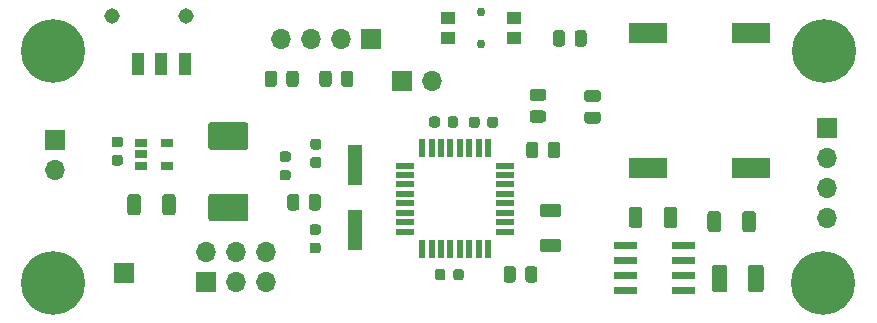
<source format=gbr>
%TF.GenerationSoftware,KiCad,Pcbnew,(5.1.9-0-10_14)*%
%TF.CreationDate,2022-07-10T13:30:40-04:00*%
%TF.ProjectId,raygun,72617967-756e-42e6-9b69-6361645f7063,rev?*%
%TF.SameCoordinates,Original*%
%TF.FileFunction,Soldermask,Top*%
%TF.FilePolarity,Negative*%
%FSLAX46Y46*%
G04 Gerber Fmt 4.6, Leading zero omitted, Abs format (unit mm)*
G04 Created by KiCad (PCBNEW (5.1.9-0-10_14)) date 2022-07-10 13:30:40*
%MOMM*%
%LPD*%
G01*
G04 APERTURE LIST*
%ADD10C,0.750000*%
%ADD11R,1.200000X1.000000*%
%ADD12R,1.700000X1.700000*%
%ADD13O,1.700000X1.700000*%
%ADD14C,1.308000*%
%ADD15R,1.000000X1.900000*%
%ADD16C,5.400000*%
%ADD17R,3.200000X1.800000*%
%ADD18R,1.200000X3.500000*%
%ADD19R,1.060000X0.650000*%
%ADD20R,1.600000X0.550000*%
%ADD21R,0.550000X1.600000*%
G04 APERTURE END LIST*
D10*
%TO.C,SW1*%
X122100000Y-68725000D03*
X122100000Y-71475000D03*
D11*
X119300000Y-69250000D03*
X119300000Y-70950000D03*
X124900000Y-70950000D03*
X124900000Y-69250000D03*
%TD*%
%TO.C,R8*%
G36*
G01*
X125825000Y-91425002D02*
X125825000Y-90524998D01*
G75*
G02*
X126074998Y-90275000I249998J0D01*
G01*
X126600002Y-90275000D01*
G75*
G02*
X126850000Y-90524998I0J-249998D01*
G01*
X126850000Y-91425002D01*
G75*
G02*
X126600002Y-91675000I-249998J0D01*
G01*
X126074998Y-91675000D01*
G75*
G02*
X125825000Y-91425002I0J249998D01*
G01*
G37*
G36*
G01*
X124000000Y-91425002D02*
X124000000Y-90524998D01*
G75*
G02*
X124249998Y-90275000I249998J0D01*
G01*
X124775002Y-90275000D01*
G75*
G02*
X125025000Y-90524998I0J-249998D01*
G01*
X125025000Y-91425002D01*
G75*
G02*
X124775002Y-91675000I-249998J0D01*
G01*
X124249998Y-91675000D01*
G75*
G02*
X124000000Y-91425002I0J249998D01*
G01*
G37*
%TD*%
%TO.C,R7*%
G36*
G01*
X131975002Y-76400000D02*
X131074998Y-76400000D01*
G75*
G02*
X130825000Y-76150002I0J249998D01*
G01*
X130825000Y-75624998D01*
G75*
G02*
X131074998Y-75375000I249998J0D01*
G01*
X131975002Y-75375000D01*
G75*
G02*
X132225000Y-75624998I0J-249998D01*
G01*
X132225000Y-76150002D01*
G75*
G02*
X131975002Y-76400000I-249998J0D01*
G01*
G37*
G36*
G01*
X131975002Y-78225000D02*
X131074998Y-78225000D01*
G75*
G02*
X130825000Y-77975002I0J249998D01*
G01*
X130825000Y-77449998D01*
G75*
G02*
X131074998Y-77200000I249998J0D01*
G01*
X131975002Y-77200000D01*
G75*
G02*
X132225000Y-77449998I0J-249998D01*
G01*
X132225000Y-77975002D01*
G75*
G02*
X131975002Y-78225000I-249998J0D01*
G01*
G37*
%TD*%
%TO.C,R6*%
G36*
G01*
X126950000Y-79999998D02*
X126950000Y-80900002D01*
G75*
G02*
X126700002Y-81150000I-249998J0D01*
G01*
X126174998Y-81150000D01*
G75*
G02*
X125925000Y-80900002I0J249998D01*
G01*
X125925000Y-79999998D01*
G75*
G02*
X126174998Y-79750000I249998J0D01*
G01*
X126700002Y-79750000D01*
G75*
G02*
X126950000Y-79999998I0J-249998D01*
G01*
G37*
G36*
G01*
X128775000Y-79999998D02*
X128775000Y-80900002D01*
G75*
G02*
X128525002Y-81150000I-249998J0D01*
G01*
X127999998Y-81150000D01*
G75*
G02*
X127750000Y-80900002I0J249998D01*
G01*
X127750000Y-79999998D01*
G75*
G02*
X127999998Y-79750000I249998J0D01*
G01*
X128525002Y-79750000D01*
G75*
G02*
X128775000Y-79999998I0J-249998D01*
G01*
G37*
%TD*%
D12*
%TO.C,ISP1*%
X98800000Y-91640000D03*
D13*
X98800000Y-89100000D03*
X101340000Y-91640000D03*
X101340000Y-89100000D03*
X103880000Y-91640000D03*
X103880000Y-89100000D03*
%TD*%
D14*
%TO.C,SW3*%
X90875000Y-69100000D03*
X97125000Y-69100000D03*
D15*
X93030000Y-73150000D03*
X95030000Y-73150000D03*
X97030000Y-73150000D03*
%TD*%
%TO.C,R5*%
G36*
G01*
X130000000Y-71450002D02*
X130000000Y-70549998D01*
G75*
G02*
X130249998Y-70300000I249998J0D01*
G01*
X130775002Y-70300000D01*
G75*
G02*
X131025000Y-70549998I0J-249998D01*
G01*
X131025000Y-71450002D01*
G75*
G02*
X130775002Y-71700000I-249998J0D01*
G01*
X130249998Y-71700000D01*
G75*
G02*
X130000000Y-71450002I0J249998D01*
G01*
G37*
G36*
G01*
X128175000Y-71450002D02*
X128175000Y-70549998D01*
G75*
G02*
X128424998Y-70300000I249998J0D01*
G01*
X128950002Y-70300000D01*
G75*
G02*
X129200000Y-70549998I0J-249998D01*
G01*
X129200000Y-71450002D01*
G75*
G02*
X128950002Y-71700000I-249998J0D01*
G01*
X128424998Y-71700000D01*
G75*
G02*
X128175000Y-71450002I0J249998D01*
G01*
G37*
%TD*%
D13*
%TO.C,SWTCH1*%
X117940000Y-74600000D03*
D12*
X115400000Y-74600000D03*
%TD*%
D16*
%TO.C,REF\u002A\u002A*%
X151130000Y-72110600D03*
%TD*%
%TO.C,REF\u002A\u002A*%
X85877400Y-72110600D03*
%TD*%
%TO.C,REF\u002A\u002A*%
X85826600Y-91744800D03*
%TD*%
%TO.C,REF\u002A\u002A*%
X151079200Y-91744800D03*
%TD*%
%TO.C,R4*%
G36*
G01*
X109429600Y-73971998D02*
X109429600Y-74872002D01*
G75*
G02*
X109179602Y-75122000I-249998J0D01*
G01*
X108654598Y-75122000D01*
G75*
G02*
X108404600Y-74872002I0J249998D01*
G01*
X108404600Y-73971998D01*
G75*
G02*
X108654598Y-73722000I249998J0D01*
G01*
X109179602Y-73722000D01*
G75*
G02*
X109429600Y-73971998I0J-249998D01*
G01*
G37*
G36*
G01*
X111254600Y-73971998D02*
X111254600Y-74872002D01*
G75*
G02*
X111004602Y-75122000I-249998J0D01*
G01*
X110479598Y-75122000D01*
G75*
G02*
X110229600Y-74872002I0J249998D01*
G01*
X110229600Y-73971998D01*
G75*
G02*
X110479598Y-73722000I249998J0D01*
G01*
X111004602Y-73722000D01*
G75*
G02*
X111254600Y-73971998I0J-249998D01*
G01*
G37*
%TD*%
%TO.C,R3*%
G36*
G01*
X104806800Y-73971998D02*
X104806800Y-74872002D01*
G75*
G02*
X104556802Y-75122000I-249998J0D01*
G01*
X104031798Y-75122000D01*
G75*
G02*
X103781800Y-74872002I0J249998D01*
G01*
X103781800Y-73971998D01*
G75*
G02*
X104031798Y-73722000I249998J0D01*
G01*
X104556802Y-73722000D01*
G75*
G02*
X104806800Y-73971998I0J-249998D01*
G01*
G37*
G36*
G01*
X106631800Y-73971998D02*
X106631800Y-74872002D01*
G75*
G02*
X106381802Y-75122000I-249998J0D01*
G01*
X105856798Y-75122000D01*
G75*
G02*
X105606800Y-74872002I0J249998D01*
G01*
X105606800Y-73971998D01*
G75*
G02*
X105856798Y-73722000I249998J0D01*
G01*
X106381802Y-73722000D01*
G75*
G02*
X106631800Y-73971998I0J-249998D01*
G01*
G37*
%TD*%
D17*
%TO.C,LS1*%
X136239000Y-81950800D03*
X136239000Y-70550800D03*
X144939000Y-70550800D03*
X144939000Y-81950800D03*
%TD*%
%TO.C,L1*%
G36*
G01*
X102150600Y-80446000D02*
X99220600Y-80446000D01*
G75*
G02*
X98985600Y-80211000I0J235000D01*
G01*
X98985600Y-78331000D01*
G75*
G02*
X99220600Y-78096000I235000J0D01*
G01*
X102150600Y-78096000D01*
G75*
G02*
X102385600Y-78331000I0J-235000D01*
G01*
X102385600Y-80211000D01*
G75*
G02*
X102150600Y-80446000I-235000J0D01*
G01*
G37*
G36*
G01*
X102150600Y-86496000D02*
X99220600Y-86496000D01*
G75*
G02*
X98985600Y-86261000I0J235000D01*
G01*
X98985600Y-84381000D01*
G75*
G02*
X99220600Y-84146000I235000J0D01*
G01*
X102150600Y-84146000D01*
G75*
G02*
X102385600Y-84381000I0J-235000D01*
G01*
X102385600Y-86261000D01*
G75*
G02*
X102150600Y-86496000I-235000J0D01*
G01*
G37*
%TD*%
D18*
%TO.C,Y1*%
X111391700Y-87205000D03*
X111391700Y-81705000D03*
%TD*%
%TO.C,U3*%
G36*
G01*
X138251300Y-88827800D02*
X138251300Y-88311800D01*
G75*
G02*
X138293300Y-88269800I42000J0D01*
G01*
X140179300Y-88269800D01*
G75*
G02*
X140221300Y-88311800I0J-42000D01*
G01*
X140221300Y-88827800D01*
G75*
G02*
X140179300Y-88869800I-42000J0D01*
G01*
X138293300Y-88869800D01*
G75*
G02*
X138251300Y-88827800I0J42000D01*
G01*
G37*
G36*
G01*
X138251300Y-90097800D02*
X138251300Y-89581800D01*
G75*
G02*
X138293300Y-89539800I42000J0D01*
G01*
X140179300Y-89539800D01*
G75*
G02*
X140221300Y-89581800I0J-42000D01*
G01*
X140221300Y-90097800D01*
G75*
G02*
X140179300Y-90139800I-42000J0D01*
G01*
X138293300Y-90139800D01*
G75*
G02*
X138251300Y-90097800I0J42000D01*
G01*
G37*
G36*
G01*
X138251300Y-91367800D02*
X138251300Y-90851800D01*
G75*
G02*
X138293300Y-90809800I42000J0D01*
G01*
X140179300Y-90809800D01*
G75*
G02*
X140221300Y-90851800I0J-42000D01*
G01*
X140221300Y-91367800D01*
G75*
G02*
X140179300Y-91409800I-42000J0D01*
G01*
X138293300Y-91409800D01*
G75*
G02*
X138251300Y-91367800I0J42000D01*
G01*
G37*
G36*
G01*
X138251300Y-92637800D02*
X138251300Y-92121800D01*
G75*
G02*
X138293300Y-92079800I42000J0D01*
G01*
X140179300Y-92079800D01*
G75*
G02*
X140221300Y-92121800I0J-42000D01*
G01*
X140221300Y-92637800D01*
G75*
G02*
X140179300Y-92679800I-42000J0D01*
G01*
X138293300Y-92679800D01*
G75*
G02*
X138251300Y-92637800I0J42000D01*
G01*
G37*
G36*
G01*
X133311300Y-92637800D02*
X133311300Y-92121800D01*
G75*
G02*
X133353300Y-92079800I42000J0D01*
G01*
X135239300Y-92079800D01*
G75*
G02*
X135281300Y-92121800I0J-42000D01*
G01*
X135281300Y-92637800D01*
G75*
G02*
X135239300Y-92679800I-42000J0D01*
G01*
X133353300Y-92679800D01*
G75*
G02*
X133311300Y-92637800I0J42000D01*
G01*
G37*
G36*
G01*
X133311300Y-91367800D02*
X133311300Y-90851800D01*
G75*
G02*
X133353300Y-90809800I42000J0D01*
G01*
X135239300Y-90809800D01*
G75*
G02*
X135281300Y-90851800I0J-42000D01*
G01*
X135281300Y-91367800D01*
G75*
G02*
X135239300Y-91409800I-42000J0D01*
G01*
X133353300Y-91409800D01*
G75*
G02*
X133311300Y-91367800I0J42000D01*
G01*
G37*
G36*
G01*
X133311300Y-90097800D02*
X133311300Y-89581800D01*
G75*
G02*
X133353300Y-89539800I42000J0D01*
G01*
X135239300Y-89539800D01*
G75*
G02*
X135281300Y-89581800I0J-42000D01*
G01*
X135281300Y-90097800D01*
G75*
G02*
X135239300Y-90139800I-42000J0D01*
G01*
X133353300Y-90139800D01*
G75*
G02*
X133311300Y-90097800I0J42000D01*
G01*
G37*
G36*
G01*
X133311300Y-88827800D02*
X133311300Y-88311800D01*
G75*
G02*
X133353300Y-88269800I42000J0D01*
G01*
X135239300Y-88269800D01*
G75*
G02*
X135281300Y-88311800I0J-42000D01*
G01*
X135281300Y-88827800D01*
G75*
G02*
X135239300Y-88869800I-42000J0D01*
G01*
X133353300Y-88869800D01*
G75*
G02*
X133311300Y-88827800I0J42000D01*
G01*
G37*
%TD*%
D19*
%TO.C,U2*%
X95461000Y-79872800D03*
X95461000Y-81772800D03*
X93261000Y-81772800D03*
X93261000Y-80822800D03*
X93261000Y-79872800D03*
%TD*%
D20*
%TO.C,U1*%
X124150700Y-81769300D03*
X124150700Y-82569300D03*
X124150700Y-83369300D03*
X124150700Y-84169300D03*
X124150700Y-84969300D03*
X124150700Y-85769300D03*
X124150700Y-86569300D03*
X124150700Y-87369300D03*
D21*
X122700700Y-88819300D03*
X121900700Y-88819300D03*
X121100700Y-88819300D03*
X120300700Y-88819300D03*
X119500700Y-88819300D03*
X118700700Y-88819300D03*
X117900700Y-88819300D03*
X117100700Y-88819300D03*
D20*
X115650700Y-87369300D03*
X115650700Y-86569300D03*
X115650700Y-85769300D03*
X115650700Y-84969300D03*
X115650700Y-84169300D03*
X115650700Y-83369300D03*
X115650700Y-82569300D03*
X115650700Y-81769300D03*
D21*
X117100700Y-80319300D03*
X117900700Y-80319300D03*
X118700700Y-80319300D03*
X119500700Y-80319300D03*
X120300700Y-80319300D03*
X121100700Y-80319300D03*
X121900700Y-80319300D03*
X122700700Y-80319300D03*
%TD*%
%TO.C,R2*%
G36*
G01*
X127350002Y-76300000D02*
X126449998Y-76300000D01*
G75*
G02*
X126200000Y-76050002I0J249998D01*
G01*
X126200000Y-75524998D01*
G75*
G02*
X126449998Y-75275000I249998J0D01*
G01*
X127350002Y-75275000D01*
G75*
G02*
X127600000Y-75524998I0J-249998D01*
G01*
X127600000Y-76050002D01*
G75*
G02*
X127350002Y-76300000I-249998J0D01*
G01*
G37*
G36*
G01*
X127350002Y-78125000D02*
X126449998Y-78125000D01*
G75*
G02*
X126200000Y-77875002I0J249998D01*
G01*
X126200000Y-77349998D01*
G75*
G02*
X126449998Y-77100000I249998J0D01*
G01*
X127350002Y-77100000D01*
G75*
G02*
X127600000Y-77349998I0J-249998D01*
G01*
X127600000Y-77875002D01*
G75*
G02*
X127350002Y-78125000I-249998J0D01*
G01*
G37*
%TD*%
%TO.C,R1*%
G36*
G01*
X106700000Y-84424998D02*
X106700000Y-85325002D01*
G75*
G02*
X106450002Y-85575000I-249998J0D01*
G01*
X105924998Y-85575000D01*
G75*
G02*
X105675000Y-85325002I0J249998D01*
G01*
X105675000Y-84424998D01*
G75*
G02*
X105924998Y-84175000I249998J0D01*
G01*
X106450002Y-84175000D01*
G75*
G02*
X106700000Y-84424998I0J-249998D01*
G01*
G37*
G36*
G01*
X108525000Y-84424998D02*
X108525000Y-85325002D01*
G75*
G02*
X108275002Y-85575000I-249998J0D01*
G01*
X107749998Y-85575000D01*
G75*
G02*
X107500000Y-85325002I0J249998D01*
G01*
X107500000Y-84424998D01*
G75*
G02*
X107749998Y-84175000I249998J0D01*
G01*
X108275002Y-84175000D01*
G75*
G02*
X108525000Y-84424998I0J-249998D01*
G01*
G37*
%TD*%
D13*
%TO.C,OLED1*%
X105130600Y-71018400D03*
X107670600Y-71018400D03*
X110210600Y-71018400D03*
D12*
X112750600Y-71018400D03*
%TD*%
D13*
%TO.C,LED1*%
X151358600Y-86233000D03*
X151358600Y-83693000D03*
X151358600Y-81153000D03*
D12*
X151358600Y-78613000D03*
%TD*%
%TO.C,D1*%
G36*
G01*
X105243750Y-82150000D02*
X105756250Y-82150000D01*
G75*
G02*
X105975000Y-82368750I0J-218750D01*
G01*
X105975000Y-82806250D01*
G75*
G02*
X105756250Y-83025000I-218750J0D01*
G01*
X105243750Y-83025000D01*
G75*
G02*
X105025000Y-82806250I0J218750D01*
G01*
X105025000Y-82368750D01*
G75*
G02*
X105243750Y-82150000I218750J0D01*
G01*
G37*
G36*
G01*
X105243750Y-80575000D02*
X105756250Y-80575000D01*
G75*
G02*
X105975000Y-80793750I0J-218750D01*
G01*
X105975000Y-81231250D01*
G75*
G02*
X105756250Y-81450000I-218750J0D01*
G01*
X105243750Y-81450000D01*
G75*
G02*
X105025000Y-81231250I0J218750D01*
G01*
X105025000Y-80793750D01*
G75*
G02*
X105243750Y-80575000I218750J0D01*
G01*
G37*
%TD*%
%TO.C,C11*%
G36*
G01*
X144689800Y-92263402D02*
X144689800Y-90413398D01*
G75*
G02*
X144939798Y-90163400I249998J0D01*
G01*
X145764802Y-90163400D01*
G75*
G02*
X146014800Y-90413398I0J-249998D01*
G01*
X146014800Y-92263402D01*
G75*
G02*
X145764802Y-92513400I-249998J0D01*
G01*
X144939798Y-92513400D01*
G75*
G02*
X144689800Y-92263402I0J249998D01*
G01*
G37*
G36*
G01*
X141614800Y-92263402D02*
X141614800Y-90413398D01*
G75*
G02*
X141864798Y-90163400I249998J0D01*
G01*
X142689802Y-90163400D01*
G75*
G02*
X142939800Y-90413398I0J-249998D01*
G01*
X142939800Y-92263402D01*
G75*
G02*
X142689802Y-92513400I-249998J0D01*
G01*
X141864798Y-92513400D01*
G75*
G02*
X141614800Y-92263402I0J249998D01*
G01*
G37*
%TD*%
%TO.C,C10*%
G36*
G01*
X144206800Y-87162401D02*
X144206800Y-85862399D01*
G75*
G02*
X144456799Y-85612400I249999J0D01*
G01*
X145106801Y-85612400D01*
G75*
G02*
X145356800Y-85862399I0J-249999D01*
G01*
X145356800Y-87162401D01*
G75*
G02*
X145106801Y-87412400I-249999J0D01*
G01*
X144456799Y-87412400D01*
G75*
G02*
X144206800Y-87162401I0J249999D01*
G01*
G37*
G36*
G01*
X141256800Y-87162401D02*
X141256800Y-85862399D01*
G75*
G02*
X141506799Y-85612400I249999J0D01*
G01*
X142156801Y-85612400D01*
G75*
G02*
X142406800Y-85862399I0J-249999D01*
G01*
X142406800Y-87162401D01*
G75*
G02*
X142156801Y-87412400I-249999J0D01*
G01*
X141506799Y-87412400D01*
G75*
G02*
X141256800Y-87162401I0J249999D01*
G01*
G37*
%TD*%
%TO.C,C9*%
G36*
G01*
X119725000Y-91250000D02*
X119725000Y-90750000D01*
G75*
G02*
X119950000Y-90525000I225000J0D01*
G01*
X120400000Y-90525000D01*
G75*
G02*
X120625000Y-90750000I0J-225000D01*
G01*
X120625000Y-91250000D01*
G75*
G02*
X120400000Y-91475000I-225000J0D01*
G01*
X119950000Y-91475000D01*
G75*
G02*
X119725000Y-91250000I0J225000D01*
G01*
G37*
G36*
G01*
X118175000Y-91250000D02*
X118175000Y-90750000D01*
G75*
G02*
X118400000Y-90525000I225000J0D01*
G01*
X118850000Y-90525000D01*
G75*
G02*
X119075000Y-90750000I0J-225000D01*
G01*
X119075000Y-91250000D01*
G75*
G02*
X118850000Y-91475000I-225000J0D01*
G01*
X118400000Y-91475000D01*
G75*
G02*
X118175000Y-91250000I0J225000D01*
G01*
G37*
%TD*%
%TO.C,C8*%
G36*
G01*
X122613000Y-78355000D02*
X122613000Y-77855000D01*
G75*
G02*
X122838000Y-77630000I225000J0D01*
G01*
X123288000Y-77630000D01*
G75*
G02*
X123513000Y-77855000I0J-225000D01*
G01*
X123513000Y-78355000D01*
G75*
G02*
X123288000Y-78580000I-225000J0D01*
G01*
X122838000Y-78580000D01*
G75*
G02*
X122613000Y-78355000I0J225000D01*
G01*
G37*
G36*
G01*
X121063000Y-78355000D02*
X121063000Y-77855000D01*
G75*
G02*
X121288000Y-77630000I225000J0D01*
G01*
X121738000Y-77630000D01*
G75*
G02*
X121963000Y-77855000I0J-225000D01*
G01*
X121963000Y-78355000D01*
G75*
G02*
X121738000Y-78580000I-225000J0D01*
G01*
X121288000Y-78580000D01*
G75*
G02*
X121063000Y-78355000I0J225000D01*
G01*
G37*
%TD*%
%TO.C,C7*%
G36*
G01*
X119247800Y-78329600D02*
X119247800Y-77829600D01*
G75*
G02*
X119472800Y-77604600I225000J0D01*
G01*
X119922800Y-77604600D01*
G75*
G02*
X120147800Y-77829600I0J-225000D01*
G01*
X120147800Y-78329600D01*
G75*
G02*
X119922800Y-78554600I-225000J0D01*
G01*
X119472800Y-78554600D01*
G75*
G02*
X119247800Y-78329600I0J225000D01*
G01*
G37*
G36*
G01*
X117697800Y-78329600D02*
X117697800Y-77829600D01*
G75*
G02*
X117922800Y-77604600I225000J0D01*
G01*
X118372800Y-77604600D01*
G75*
G02*
X118597800Y-77829600I0J-225000D01*
G01*
X118597800Y-78329600D01*
G75*
G02*
X118372800Y-78554600I-225000J0D01*
G01*
X117922800Y-78554600D01*
G75*
G02*
X117697800Y-78329600I0J225000D01*
G01*
G37*
%TD*%
%TO.C,C6*%
G36*
G01*
X128615201Y-86145800D02*
X127315199Y-86145800D01*
G75*
G02*
X127065200Y-85895801I0J249999D01*
G01*
X127065200Y-85245799D01*
G75*
G02*
X127315199Y-84995800I249999J0D01*
G01*
X128615201Y-84995800D01*
G75*
G02*
X128865200Y-85245799I0J-249999D01*
G01*
X128865200Y-85895801D01*
G75*
G02*
X128615201Y-86145800I-249999J0D01*
G01*
G37*
G36*
G01*
X128615201Y-89095800D02*
X127315199Y-89095800D01*
G75*
G02*
X127065200Y-88845801I0J249999D01*
G01*
X127065200Y-88195799D01*
G75*
G02*
X127315199Y-87945800I249999J0D01*
G01*
X128615201Y-87945800D01*
G75*
G02*
X128865200Y-88195799I0J-249999D01*
G01*
X128865200Y-88845801D01*
G75*
G02*
X128615201Y-89095800I-249999J0D01*
G01*
G37*
%TD*%
%TO.C,C5*%
G36*
G01*
X135752000Y-85506799D02*
X135752000Y-86806801D01*
G75*
G02*
X135502001Y-87056800I-249999J0D01*
G01*
X134851999Y-87056800D01*
G75*
G02*
X134602000Y-86806801I0J249999D01*
G01*
X134602000Y-85506799D01*
G75*
G02*
X134851999Y-85256800I249999J0D01*
G01*
X135502001Y-85256800D01*
G75*
G02*
X135752000Y-85506799I0J-249999D01*
G01*
G37*
G36*
G01*
X138702000Y-85506799D02*
X138702000Y-86806801D01*
G75*
G02*
X138452001Y-87056800I-249999J0D01*
G01*
X137801999Y-87056800D01*
G75*
G02*
X137552000Y-86806801I0J249999D01*
G01*
X137552000Y-85506799D01*
G75*
G02*
X137801999Y-85256800I249999J0D01*
G01*
X138452001Y-85256800D01*
G75*
G02*
X138702000Y-85506799I0J-249999D01*
G01*
G37*
%TD*%
%TO.C,C4*%
G36*
G01*
X107788900Y-88297900D02*
X108288900Y-88297900D01*
G75*
G02*
X108513900Y-88522900I0J-225000D01*
G01*
X108513900Y-88972900D01*
G75*
G02*
X108288900Y-89197900I-225000J0D01*
G01*
X107788900Y-89197900D01*
G75*
G02*
X107563900Y-88972900I0J225000D01*
G01*
X107563900Y-88522900D01*
G75*
G02*
X107788900Y-88297900I225000J0D01*
G01*
G37*
G36*
G01*
X107788900Y-86747900D02*
X108288900Y-86747900D01*
G75*
G02*
X108513900Y-86972900I0J-225000D01*
G01*
X108513900Y-87422900D01*
G75*
G02*
X108288900Y-87647900I-225000J0D01*
G01*
X107788900Y-87647900D01*
G75*
G02*
X107563900Y-87422900I0J225000D01*
G01*
X107563900Y-86972900D01*
G75*
G02*
X107788900Y-86747900I225000J0D01*
G01*
G37*
%TD*%
%TO.C,C3*%
G36*
G01*
X108352400Y-80408600D02*
X107852400Y-80408600D01*
G75*
G02*
X107627400Y-80183600I0J225000D01*
G01*
X107627400Y-79733600D01*
G75*
G02*
X107852400Y-79508600I225000J0D01*
G01*
X108352400Y-79508600D01*
G75*
G02*
X108577400Y-79733600I0J-225000D01*
G01*
X108577400Y-80183600D01*
G75*
G02*
X108352400Y-80408600I-225000J0D01*
G01*
G37*
G36*
G01*
X108352400Y-81958600D02*
X107852400Y-81958600D01*
G75*
G02*
X107627400Y-81733600I0J225000D01*
G01*
X107627400Y-81283600D01*
G75*
G02*
X107852400Y-81058600I225000J0D01*
G01*
X108352400Y-81058600D01*
G75*
G02*
X108577400Y-81283600I0J-225000D01*
G01*
X108577400Y-81733600D01*
G75*
G02*
X108352400Y-81958600I-225000J0D01*
G01*
G37*
%TD*%
%TO.C,C2*%
G36*
G01*
X93283200Y-84439999D02*
X93283200Y-85740001D01*
G75*
G02*
X93033201Y-85990000I-249999J0D01*
G01*
X92383199Y-85990000D01*
G75*
G02*
X92133200Y-85740001I0J249999D01*
G01*
X92133200Y-84439999D01*
G75*
G02*
X92383199Y-84190000I249999J0D01*
G01*
X93033201Y-84190000D01*
G75*
G02*
X93283200Y-84439999I0J-249999D01*
G01*
G37*
G36*
G01*
X96233200Y-84439999D02*
X96233200Y-85740001D01*
G75*
G02*
X95983201Y-85990000I-249999J0D01*
G01*
X95333199Y-85990000D01*
G75*
G02*
X95083200Y-85740001I0J249999D01*
G01*
X95083200Y-84439999D01*
G75*
G02*
X95333199Y-84190000I249999J0D01*
G01*
X95983201Y-84190000D01*
G75*
G02*
X96233200Y-84439999I0J-249999D01*
G01*
G37*
%TD*%
%TO.C,C1*%
G36*
G01*
X91037600Y-80868400D02*
X91537600Y-80868400D01*
G75*
G02*
X91762600Y-81093400I0J-225000D01*
G01*
X91762600Y-81543400D01*
G75*
G02*
X91537600Y-81768400I-225000J0D01*
G01*
X91037600Y-81768400D01*
G75*
G02*
X90812600Y-81543400I0J225000D01*
G01*
X90812600Y-81093400D01*
G75*
G02*
X91037600Y-80868400I225000J0D01*
G01*
G37*
G36*
G01*
X91037600Y-79318400D02*
X91537600Y-79318400D01*
G75*
G02*
X91762600Y-79543400I0J-225000D01*
G01*
X91762600Y-79993400D01*
G75*
G02*
X91537600Y-80218400I-225000J0D01*
G01*
X91037600Y-80218400D01*
G75*
G02*
X90812600Y-79993400I0J225000D01*
G01*
X90812600Y-79543400D01*
G75*
G02*
X91037600Y-79318400I225000J0D01*
G01*
G37*
%TD*%
D13*
%TO.C,BAT1*%
X86029800Y-82118200D03*
D12*
X86029800Y-79578200D03*
%TD*%
%TO.C,3.3v1*%
X91821000Y-90906600D03*
%TD*%
M02*

</source>
